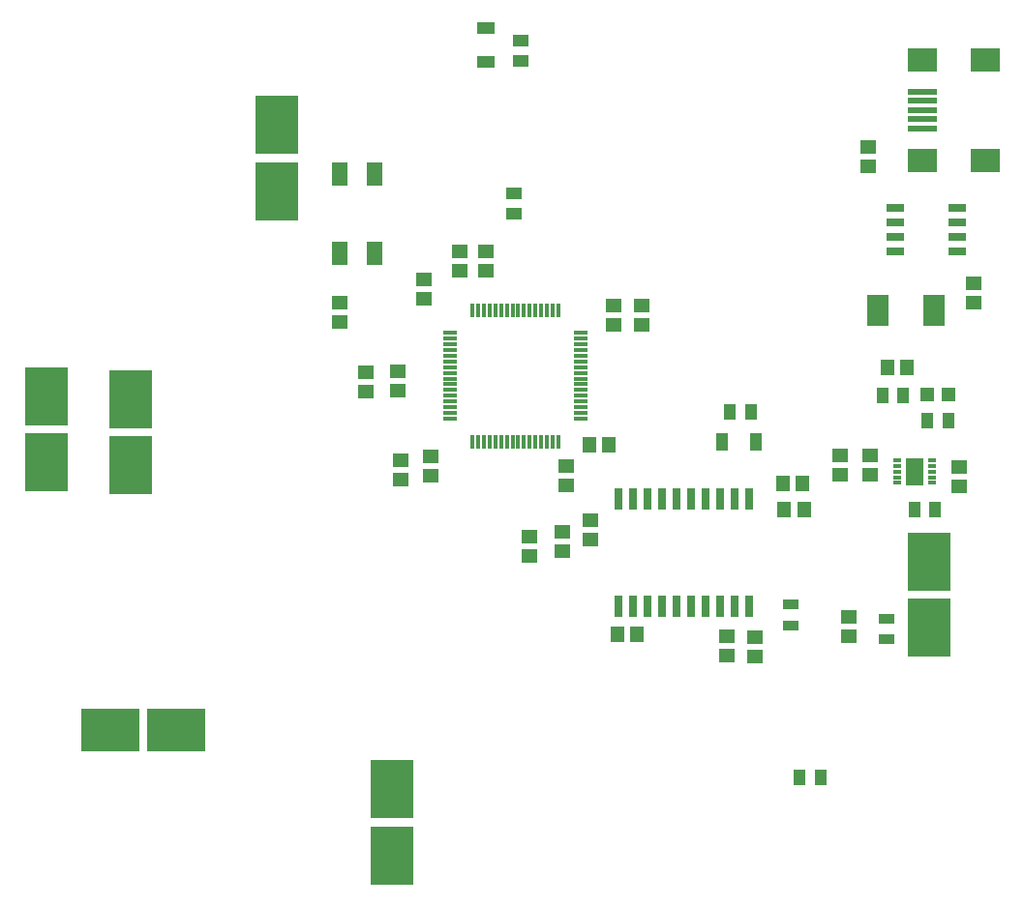
<source format=gtp>
G04*
G04 #@! TF.GenerationSoftware,Altium Limited,Altium Designer,19.0.10 (269)*
G04*
G04 Layer_Color=8421504*
%FSLAX44Y44*%
%MOMM*%
G71*
G01*
G75*
%ADD15R,0.3000X1.2000*%
%ADD16R,1.2000X0.3000*%
%ADD17R,1.4000X1.2500*%
%ADD18R,1.3000X1.1500*%
%ADD19R,3.8500X5.0500*%
%ADD20R,1.0000X1.3500*%
%ADD21R,1.9050X2.7900*%
%ADD22R,1.6000X2.4000*%
%ADD23R,0.7500X0.3000*%
%ADD24R,1.2500X1.4000*%
%ADD25R,1.1000X1.5500*%
%ADD26R,1.5500X1.1000*%
%ADD27R,2.5000X2.0000*%
%ADD28R,2.5000X0.5000*%
%ADD29R,1.4000X0.9500*%
%ADD30R,0.6500X1.9250*%
%ADD31R,1.3500X1.0000*%
%ADD32R,1.5250X0.6500*%
%ADD33R,1.4000X2.0000*%
%ADD34R,5.0500X3.8500*%
D15*
X485740Y626520D02*
D03*
X490740D02*
D03*
X495740D02*
D03*
X500740D02*
D03*
X505740D02*
D03*
X510740D02*
D03*
X515740D02*
D03*
X520740D02*
D03*
X525740D02*
D03*
X530740D02*
D03*
X535740D02*
D03*
X540740D02*
D03*
X545740D02*
D03*
X550740D02*
D03*
X555740D02*
D03*
X560740D02*
D03*
Y511520D02*
D03*
X555740D02*
D03*
X550740D02*
D03*
X545740D02*
D03*
X540740D02*
D03*
X535740D02*
D03*
X530740D02*
D03*
X525740D02*
D03*
X520740D02*
D03*
X515740D02*
D03*
X510740D02*
D03*
X505740D02*
D03*
X500740D02*
D03*
X495740D02*
D03*
X490740D02*
D03*
X485740D02*
D03*
D16*
X580740Y606520D02*
D03*
Y601520D02*
D03*
Y596520D02*
D03*
Y591520D02*
D03*
Y586520D02*
D03*
Y581520D02*
D03*
Y576520D02*
D03*
Y571520D02*
D03*
Y566520D02*
D03*
Y561520D02*
D03*
Y556520D02*
D03*
Y551520D02*
D03*
Y546520D02*
D03*
Y541520D02*
D03*
Y536520D02*
D03*
Y531520D02*
D03*
X465740D02*
D03*
Y536520D02*
D03*
Y541520D02*
D03*
Y546520D02*
D03*
Y551520D02*
D03*
Y556520D02*
D03*
Y561520D02*
D03*
Y566520D02*
D03*
Y571520D02*
D03*
Y576520D02*
D03*
Y581520D02*
D03*
Y586520D02*
D03*
Y591520D02*
D03*
Y596520D02*
D03*
Y601520D02*
D03*
Y606520D02*
D03*
D17*
X535750Y428500D02*
D03*
Y411500D02*
D03*
X911535Y489304D02*
D03*
Y472304D02*
D03*
X833870Y499660D02*
D03*
Y482660D02*
D03*
X732790Y340030D02*
D03*
Y323030D02*
D03*
X815340Y340810D02*
D03*
Y357810D02*
D03*
X707921Y341300D02*
D03*
Y324300D02*
D03*
X831750Y752500D02*
D03*
Y769500D02*
D03*
X567690Y489890D02*
D03*
Y472890D02*
D03*
X449580Y481700D02*
D03*
Y498700D02*
D03*
X423290Y477970D02*
D03*
Y494970D02*
D03*
X443230Y636720D02*
D03*
Y653720D02*
D03*
X474980Y661240D02*
D03*
Y678240D02*
D03*
X564250Y432750D02*
D03*
Y415750D02*
D03*
X497840Y660850D02*
D03*
Y677850D02*
D03*
X633730Y613520D02*
D03*
Y630520D02*
D03*
X609600Y613470D02*
D03*
Y630470D02*
D03*
X392250Y572000D02*
D03*
Y555000D02*
D03*
X589000Y442250D02*
D03*
Y425250D02*
D03*
X923810Y632910D02*
D03*
Y649910D02*
D03*
X807720Y482660D02*
D03*
Y499660D02*
D03*
X369810Y616000D02*
D03*
Y633000D02*
D03*
X420000Y556000D02*
D03*
Y573000D02*
D03*
D18*
X883560Y552510D02*
D03*
X902060D02*
D03*
D19*
X885190Y348460D02*
D03*
Y406460D02*
D03*
X314709Y730521D02*
D03*
Y788521D02*
D03*
X186751Y548499D02*
D03*
Y490499D02*
D03*
X112999Y493001D02*
D03*
Y551001D02*
D03*
X415180Y206859D02*
D03*
Y148859D02*
D03*
D20*
X790050Y217230D02*
D03*
X772050D02*
D03*
X883810Y529650D02*
D03*
X901810D02*
D03*
X711028Y537537D02*
D03*
X729028D02*
D03*
X862440Y551520D02*
D03*
X844440D02*
D03*
X890380Y452180D02*
D03*
X872380D02*
D03*
D21*
X889120Y626520D02*
D03*
X840620D02*
D03*
D22*
X872490Y485200D02*
D03*
D23*
X887490Y495200D02*
D03*
Y490200D02*
D03*
Y485200D02*
D03*
Y480200D02*
D03*
Y475200D02*
D03*
X857490D02*
D03*
Y480200D02*
D03*
Y485200D02*
D03*
Y490200D02*
D03*
Y495200D02*
D03*
D24*
X758580Y452180D02*
D03*
X775580D02*
D03*
X757310Y475040D02*
D03*
X774310D02*
D03*
X587750Y508250D02*
D03*
X604750D02*
D03*
X848990Y576640D02*
D03*
X865990D02*
D03*
X612530Y342960D02*
D03*
X629530D02*
D03*
D25*
X733820Y511270D02*
D03*
X703820D02*
D03*
D26*
X497840Y873580D02*
D03*
Y843580D02*
D03*
D27*
X934395Y757840D02*
D03*
Y845840D02*
D03*
X879395Y757840D02*
D03*
Y845840D02*
D03*
D28*
Y785840D02*
D03*
Y817840D02*
D03*
Y801840D02*
D03*
Y793840D02*
D03*
Y809840D02*
D03*
D29*
X847750Y356500D02*
D03*
Y338000D02*
D03*
X764540Y350220D02*
D03*
Y368720D02*
D03*
D30*
X727710Y366830D02*
D03*
X715010D02*
D03*
X702310D02*
D03*
X676910D02*
D03*
X664210D02*
D03*
X651510D02*
D03*
X638810D02*
D03*
X626110D02*
D03*
X613410D02*
D03*
Y461070D02*
D03*
X626110D02*
D03*
X638810D02*
D03*
X651510D02*
D03*
X664210D02*
D03*
X676910D02*
D03*
X689610D02*
D03*
X702310D02*
D03*
X715010D02*
D03*
X727710D02*
D03*
X689610Y366830D02*
D03*
D31*
X521970Y728950D02*
D03*
Y710950D02*
D03*
X528320Y862500D02*
D03*
Y844500D02*
D03*
D32*
X909770Y678240D02*
D03*
Y690940D02*
D03*
Y703640D02*
D03*
Y716340D02*
D03*
X855530D02*
D03*
Y703640D02*
D03*
Y690940D02*
D03*
Y678240D02*
D03*
D33*
X369810Y675950D02*
D03*
Y745950D02*
D03*
X399810Y675950D02*
D03*
Y745950D02*
D03*
D34*
X226910Y259140D02*
D03*
X168910D02*
D03*
M02*

</source>
